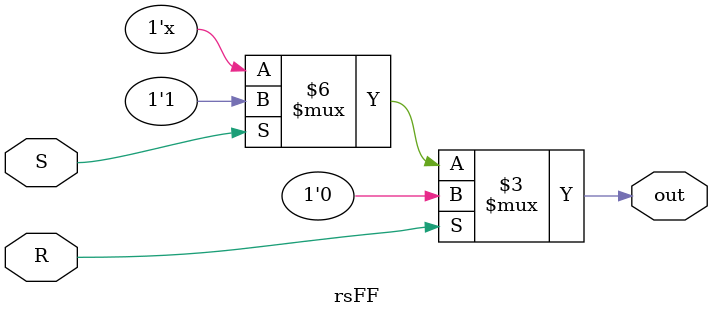
<source format=v>
module rsFF (
    input S, R,
    output reg out
);

    always @ (*) begin
        if (S) out = 1;
        if (R) out = 0;
    end

endmodule
        

</source>
